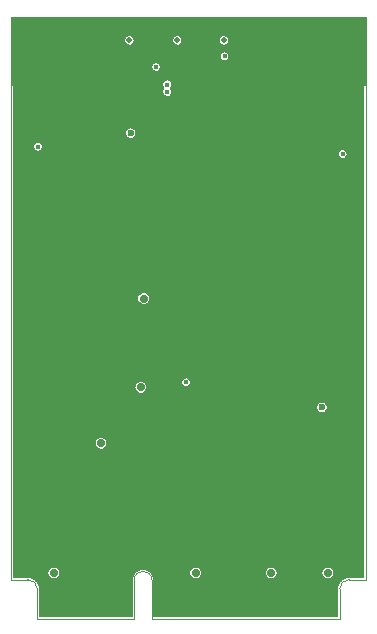
<source format=gbr>
G04 #@! TF.GenerationSoftware,KiCad,Pcbnew,5.1.5+dfsg1-2build2*
G04 #@! TF.CreationDate,2021-01-22T23:18:45+11:00*
G04 #@! TF.ProjectId,mPCIe-LEA-4L,6d504349-652d-44c4-9541-2d344c2e6b69,1*
G04 #@! TF.SameCoordinates,Original*
G04 #@! TF.FileFunction,Copper,L2,Inr*
G04 #@! TF.FilePolarity,Positive*
%FSLAX46Y46*%
G04 Gerber Fmt 4.6, Leading zero omitted, Abs format (unit mm)*
G04 Created by KiCad (PCBNEW 5.1.5+dfsg1-2build2) date 2021-01-22 23:18:45*
%MOMM*%
%LPD*%
G04 APERTURE LIST*
G04 #@! TA.AperFunction,EtchedComponent*
%ADD10C,0.050000*%
G04 #@! TD*
G04 #@! TA.AperFunction,ViaPad*
%ADD11C,0.350000*%
G04 #@! TD*
G04 #@! TA.AperFunction,ViaPad*
%ADD12C,0.600000*%
G04 #@! TD*
G04 #@! TA.AperFunction,ViaPad*
%ADD13C,0.800000*%
G04 #@! TD*
G04 #@! TA.AperFunction,ViaPad*
%ADD14C,0.700000*%
G04 #@! TD*
G04 #@! TA.AperFunction,ViaPad*
%ADD15C,0.500000*%
G04 #@! TD*
G04 #@! TA.AperFunction,ViaPad*
%ADD16C,0.450000*%
G04 #@! TD*
G04 #@! TA.AperFunction,Conductor*
%ADD17C,0.127000*%
G04 #@! TD*
G04 APERTURE END LIST*
D10*
G04 #@! TO.C,PC1*
X136900000Y-125000000D02*
X136900000Y-121750000D01*
X127200000Y-125000000D02*
X127200000Y-122500000D01*
X125000000Y-121700000D02*
X126400000Y-121700000D01*
X152800000Y-125000000D02*
X152800000Y-122500000D01*
X153600000Y-121700000D02*
X155000000Y-121700000D01*
X135400000Y-125000000D02*
X127200000Y-125000000D01*
X125000000Y-74050000D02*
X155000000Y-74050000D01*
X155000000Y-121700000D02*
X155000000Y-74050000D01*
X125000000Y-121700000D02*
X125000000Y-74050000D01*
X136900000Y-125000000D02*
X152800000Y-125000000D01*
X135400000Y-125000000D02*
X135400000Y-121750000D01*
X153600000Y-121700000D02*
G75*
G03X152800000Y-122500000I0J-800000D01*
G01*
X126400000Y-121700000D02*
G75*
G02X127200000Y-122500000I0J-800000D01*
G01*
X135400000Y-121750000D02*
G75*
G02X136900000Y-121750000I750000J0D01*
G01*
G04 #@! TD*
G04 #@! TA.AperFunction,ViaPad*
D11*
G04 #@! TO.N,GND*
G04 #@! TO.C,PC1*
G36*
X155004877Y-74025480D02*
G01*
X155009567Y-74026903D01*
X155013889Y-74029213D01*
X155017678Y-74032322D01*
X155020787Y-74036111D01*
X155023097Y-74040433D01*
X155024520Y-74045123D01*
X155025000Y-74050000D01*
X155025000Y-79850000D01*
X155024520Y-79854877D01*
X155023097Y-79859567D01*
X155020787Y-79863889D01*
X155017678Y-79867678D01*
X155013889Y-79870787D01*
X155009567Y-79873097D01*
X155004877Y-79874520D01*
X155000000Y-79875000D01*
X149200000Y-79875000D01*
X149195123Y-79874520D01*
X149190433Y-79873097D01*
X149186111Y-79870787D01*
X149182322Y-79867678D01*
X149179213Y-79863889D01*
X149176903Y-79859567D01*
X149175480Y-79854877D01*
X149175000Y-79850000D01*
X149175000Y-74050000D01*
X149175480Y-74045123D01*
X149176903Y-74040433D01*
X149179213Y-74036111D01*
X149182322Y-74032322D01*
X149186111Y-74029213D01*
X149190433Y-74026903D01*
X149195123Y-74025480D01*
X149200000Y-74025000D01*
X155000000Y-74025000D01*
X155004877Y-74025480D01*
G37*
G04 #@! TD.AperFunction*
G04 #@! TA.AperFunction,ViaPad*
G36*
X130804877Y-74025480D02*
G01*
X130809567Y-74026903D01*
X130813889Y-74029213D01*
X130817678Y-74032322D01*
X130820787Y-74036111D01*
X130823097Y-74040433D01*
X130824520Y-74045123D01*
X130825000Y-74050000D01*
X130825000Y-79850000D01*
X130824520Y-79854877D01*
X130823097Y-79859567D01*
X130820787Y-79863889D01*
X130817678Y-79867678D01*
X130813889Y-79870787D01*
X130809567Y-79873097D01*
X130804877Y-79874520D01*
X130800000Y-79875000D01*
X125000000Y-79875000D01*
X124995123Y-79874520D01*
X124990433Y-79873097D01*
X124986111Y-79870787D01*
X124982322Y-79867678D01*
X124979213Y-79863889D01*
X124976903Y-79859567D01*
X124975480Y-79854877D01*
X124975000Y-79850000D01*
X124975000Y-74050000D01*
X124975480Y-74045123D01*
X124976903Y-74040433D01*
X124979213Y-74036111D01*
X124982322Y-74032322D01*
X124986111Y-74029213D01*
X124990433Y-74026903D01*
X124995123Y-74025480D01*
X125000000Y-74025000D01*
X130800000Y-74025000D01*
X130804877Y-74025480D01*
G37*
G04 #@! TD.AperFunction*
G04 #@! TD*
D12*
G04 #@! TO.N,GND*
X131300000Y-103950000D03*
X145500000Y-80200000D03*
D13*
X132200000Y-96650000D03*
X128600000Y-96650000D03*
X135800000Y-84650000D03*
D12*
X145500000Y-79350000D03*
X147700000Y-79350000D03*
D13*
X132190000Y-84650000D03*
X135800000Y-96650000D03*
X135800000Y-92650000D03*
X135800000Y-88650000D03*
X128600000Y-84650000D03*
X132200000Y-92650000D03*
X132200000Y-88650000D03*
D12*
X147700000Y-80200000D03*
D13*
X128600000Y-88650000D03*
X128600000Y-92650000D03*
X150200000Y-88650000D03*
X143000000Y-88650000D03*
X126000000Y-118900000D03*
X146600000Y-88650000D03*
X146600000Y-96650000D03*
X139400000Y-96650000D03*
X150200000Y-92650000D03*
X150200000Y-96650000D03*
X146600000Y-92650000D03*
X143000000Y-92650000D03*
X146610000Y-84650000D03*
X154000000Y-118900000D03*
X143000000Y-84650000D03*
X150200000Y-84650000D03*
D12*
X147900000Y-78550000D03*
X145300000Y-78550000D03*
X147700000Y-81000000D03*
X145500000Y-81000000D03*
D13*
X143000000Y-96650000D03*
X139450000Y-88650000D03*
X139450000Y-92650000D03*
X139450000Y-84650000D03*
X154000000Y-81000000D03*
X126000000Y-81000000D03*
D14*
X137525000Y-105425000D03*
D12*
X142175000Y-101250000D03*
X140150000Y-101250000D03*
D14*
G04 #@! TO.N,+3.3V*
X147000000Y-121150000D03*
D12*
X151300000Y-107125000D03*
D14*
X140600000Y-121150000D03*
X128600000Y-121150000D03*
X151800000Y-121150000D03*
D15*
X135000000Y-76050000D03*
X139050000Y-76050000D03*
X143000000Y-76050000D03*
D14*
X132600000Y-110150000D03*
D12*
X135100000Y-83900000D03*
D14*
X136200000Y-97900000D03*
X135950000Y-105425000D03*
D16*
G04 #@! TO.N,/~LED_WLAN*
X153050000Y-85675000D03*
X143050000Y-77400000D03*
G04 #@! TO.N,/~LED_WWAN*
X127250000Y-85050000D03*
X137250000Y-78300000D03*
G04 #@! TO.N,/USB_D+*
X138200000Y-79798000D03*
G04 #@! TO.N,/USB_D-*
X138200000Y-80402000D03*
G04 #@! TO.N,/~RESET*
X139800000Y-105000000D03*
G04 #@! TD*
D17*
G04 #@! TO.N,GND*
G36*
X154784500Y-121484500D02*
G01*
X153589421Y-121484500D01*
X153579870Y-121485441D01*
X153574882Y-121485406D01*
X153571888Y-121485700D01*
X153416611Y-121502021D01*
X153397476Y-121505949D01*
X153378294Y-121509608D01*
X153375413Y-121510477D01*
X153226264Y-121556646D01*
X153208249Y-121564219D01*
X153190147Y-121571532D01*
X153187495Y-121572942D01*
X153187491Y-121572944D01*
X153187490Y-121572945D01*
X153050148Y-121647206D01*
X153033930Y-121658145D01*
X153017613Y-121668823D01*
X153015281Y-121670724D01*
X152894978Y-121770247D01*
X152881205Y-121784116D01*
X152867260Y-121797773D01*
X152865342Y-121800091D01*
X152766662Y-121921085D01*
X152755847Y-121937363D01*
X152744819Y-121953469D01*
X152743392Y-121956108D01*
X152743387Y-121956116D01*
X152743384Y-121956124D01*
X152670088Y-122093973D01*
X152662649Y-122112021D01*
X152654950Y-122129983D01*
X152654064Y-122132848D01*
X152654060Y-122132858D01*
X152654058Y-122132868D01*
X152608934Y-122282327D01*
X152605145Y-122301461D01*
X152601079Y-122320591D01*
X152600766Y-122323575D01*
X152600764Y-122323585D01*
X152600764Y-122323594D01*
X152585529Y-122478971D01*
X152585529Y-122478984D01*
X152584501Y-122489421D01*
X152584500Y-124784500D01*
X137115500Y-124784500D01*
X137115500Y-121739421D01*
X137115427Y-121738675D01*
X137115422Y-121738026D01*
X137114476Y-121729022D01*
X137114399Y-121728243D01*
X137114399Y-121718499D01*
X137114084Y-121715507D01*
X137097768Y-121570045D01*
X137093713Y-121550965D01*
X137089914Y-121531780D01*
X137089024Y-121528906D01*
X137044765Y-121389383D01*
X137037059Y-121371404D01*
X137029627Y-121353373D01*
X137028196Y-121350726D01*
X136957679Y-121222456D01*
X136946640Y-121206334D01*
X136935837Y-121190074D01*
X136933919Y-121187756D01*
X136933917Y-121187753D01*
X136933914Y-121187750D01*
X136857570Y-121096765D01*
X140059500Y-121096765D01*
X140059500Y-121203235D01*
X140080271Y-121307658D01*
X140121015Y-121406023D01*
X140180166Y-121494549D01*
X140255451Y-121569834D01*
X140343977Y-121628985D01*
X140442342Y-121669729D01*
X140546765Y-121690500D01*
X140653235Y-121690500D01*
X140757658Y-121669729D01*
X140856023Y-121628985D01*
X140944549Y-121569834D01*
X141019834Y-121494549D01*
X141078985Y-121406023D01*
X141119729Y-121307658D01*
X141140500Y-121203235D01*
X141140500Y-121096765D01*
X146459500Y-121096765D01*
X146459500Y-121203235D01*
X146480271Y-121307658D01*
X146521015Y-121406023D01*
X146580166Y-121494549D01*
X146655451Y-121569834D01*
X146743977Y-121628985D01*
X146842342Y-121669729D01*
X146946765Y-121690500D01*
X147053235Y-121690500D01*
X147157658Y-121669729D01*
X147256023Y-121628985D01*
X147344549Y-121569834D01*
X147419834Y-121494549D01*
X147478985Y-121406023D01*
X147519729Y-121307658D01*
X147540500Y-121203235D01*
X147540500Y-121096765D01*
X151259500Y-121096765D01*
X151259500Y-121203235D01*
X151280271Y-121307658D01*
X151321015Y-121406023D01*
X151380166Y-121494549D01*
X151455451Y-121569834D01*
X151543977Y-121628985D01*
X151642342Y-121669729D01*
X151746765Y-121690500D01*
X151853235Y-121690500D01*
X151957658Y-121669729D01*
X152056023Y-121628985D01*
X152144549Y-121569834D01*
X152219834Y-121494549D01*
X152278985Y-121406023D01*
X152319729Y-121307658D01*
X152340500Y-121203235D01*
X152340500Y-121096765D01*
X152319729Y-120992342D01*
X152278985Y-120893977D01*
X152219834Y-120805451D01*
X152144549Y-120730166D01*
X152056023Y-120671015D01*
X151957658Y-120630271D01*
X151853235Y-120609500D01*
X151746765Y-120609500D01*
X151642342Y-120630271D01*
X151543977Y-120671015D01*
X151455451Y-120730166D01*
X151380166Y-120805451D01*
X151321015Y-120893977D01*
X151280271Y-120992342D01*
X151259500Y-121096765D01*
X147540500Y-121096765D01*
X147519729Y-120992342D01*
X147478985Y-120893977D01*
X147419834Y-120805451D01*
X147344549Y-120730166D01*
X147256023Y-120671015D01*
X147157658Y-120630271D01*
X147053235Y-120609500D01*
X146946765Y-120609500D01*
X146842342Y-120630271D01*
X146743977Y-120671015D01*
X146655451Y-120730166D01*
X146580166Y-120805451D01*
X146521015Y-120893977D01*
X146480271Y-120992342D01*
X146459500Y-121096765D01*
X141140500Y-121096765D01*
X141119729Y-120992342D01*
X141078985Y-120893977D01*
X141019834Y-120805451D01*
X140944549Y-120730166D01*
X140856023Y-120671015D01*
X140757658Y-120630271D01*
X140653235Y-120609500D01*
X140546765Y-120609500D01*
X140442342Y-120630271D01*
X140343977Y-120671015D01*
X140255451Y-120730166D01*
X140180166Y-120805451D01*
X140121015Y-120893977D01*
X140080271Y-120992342D01*
X140059500Y-121096765D01*
X136857570Y-121096765D01*
X136839831Y-121075625D01*
X136825866Y-121061949D01*
X136812112Y-121048099D01*
X136809786Y-121046202D01*
X136809782Y-121046198D01*
X136809778Y-121046195D01*
X136695704Y-120954479D01*
X136679371Y-120943791D01*
X136663170Y-120932863D01*
X136660513Y-120931450D01*
X136530796Y-120863635D01*
X136512683Y-120856317D01*
X136494679Y-120848749D01*
X136491803Y-120847881D01*
X136491797Y-120847879D01*
X136351380Y-120806553D01*
X136332197Y-120802894D01*
X136313063Y-120798966D01*
X136310068Y-120798672D01*
X136164296Y-120785405D01*
X136144764Y-120785541D01*
X136125232Y-120785405D01*
X136122248Y-120785698D01*
X136122239Y-120785698D01*
X136122231Y-120785700D01*
X135976665Y-120801000D01*
X135957530Y-120804928D01*
X135938348Y-120808587D01*
X135935467Y-120809456D01*
X135795638Y-120852740D01*
X135777625Y-120860312D01*
X135759523Y-120867626D01*
X135756866Y-120869039D01*
X135628108Y-120938658D01*
X135611926Y-120949573D01*
X135595572Y-120960274D01*
X135593246Y-120962172D01*
X135593240Y-120962176D01*
X135593235Y-120962181D01*
X135480457Y-121055478D01*
X135466687Y-121069344D01*
X135452739Y-121083003D01*
X135450821Y-121085322D01*
X135358309Y-121198754D01*
X135347508Y-121215011D01*
X135336465Y-121231137D01*
X135335034Y-121233784D01*
X135266315Y-121363025D01*
X135258871Y-121381085D01*
X135251177Y-121399037D01*
X135250288Y-121401908D01*
X135250288Y-121401910D01*
X135250287Y-121401912D01*
X135207981Y-121542039D01*
X135204190Y-121561187D01*
X135200127Y-121580301D01*
X135199814Y-121583288D01*
X135199812Y-121583296D01*
X135199812Y-121583304D01*
X135185529Y-121728970D01*
X135185529Y-121728984D01*
X135184501Y-121739421D01*
X135184500Y-124784500D01*
X127415500Y-124784500D01*
X127415500Y-122489421D01*
X127414559Y-122479870D01*
X127414594Y-122474882D01*
X127414300Y-122471888D01*
X127397979Y-122316611D01*
X127394051Y-122297476D01*
X127390392Y-122278294D01*
X127389523Y-122275413D01*
X127343354Y-122126264D01*
X127335781Y-122108249D01*
X127328468Y-122090147D01*
X127327055Y-122087490D01*
X127252794Y-121950148D01*
X127241855Y-121933930D01*
X127231177Y-121917613D01*
X127229276Y-121915281D01*
X127129753Y-121794978D01*
X127115884Y-121781205D01*
X127102227Y-121767260D01*
X127099909Y-121765342D01*
X126978915Y-121666662D01*
X126962637Y-121655847D01*
X126946531Y-121644819D01*
X126943892Y-121643392D01*
X126943884Y-121643387D01*
X126943876Y-121643384D01*
X126806027Y-121570088D01*
X126787979Y-121562649D01*
X126770017Y-121554950D01*
X126767152Y-121554064D01*
X126767142Y-121554060D01*
X126767132Y-121554058D01*
X126617673Y-121508934D01*
X126598539Y-121505145D01*
X126579409Y-121501079D01*
X126576425Y-121500766D01*
X126576415Y-121500764D01*
X126576406Y-121500764D01*
X126421029Y-121485529D01*
X126421026Y-121485529D01*
X126410579Y-121484500D01*
X125215500Y-121484500D01*
X125215500Y-121096765D01*
X128059500Y-121096765D01*
X128059500Y-121203235D01*
X128080271Y-121307658D01*
X128121015Y-121406023D01*
X128180166Y-121494549D01*
X128255451Y-121569834D01*
X128343977Y-121628985D01*
X128442342Y-121669729D01*
X128546765Y-121690500D01*
X128653235Y-121690500D01*
X128757658Y-121669729D01*
X128856023Y-121628985D01*
X128944549Y-121569834D01*
X129019834Y-121494549D01*
X129078985Y-121406023D01*
X129119729Y-121307658D01*
X129140500Y-121203235D01*
X129140500Y-121096765D01*
X129119729Y-120992342D01*
X129078985Y-120893977D01*
X129019834Y-120805451D01*
X128944549Y-120730166D01*
X128856023Y-120671015D01*
X128757658Y-120630271D01*
X128653235Y-120609500D01*
X128546765Y-120609500D01*
X128442342Y-120630271D01*
X128343977Y-120671015D01*
X128255451Y-120730166D01*
X128180166Y-120805451D01*
X128121015Y-120893977D01*
X128080271Y-120992342D01*
X128059500Y-121096765D01*
X125215500Y-121096765D01*
X125215500Y-110096765D01*
X132059500Y-110096765D01*
X132059500Y-110203235D01*
X132080271Y-110307658D01*
X132121015Y-110406023D01*
X132180166Y-110494549D01*
X132255451Y-110569834D01*
X132343977Y-110628985D01*
X132442342Y-110669729D01*
X132546765Y-110690500D01*
X132653235Y-110690500D01*
X132757658Y-110669729D01*
X132856023Y-110628985D01*
X132944549Y-110569834D01*
X133019834Y-110494549D01*
X133078985Y-110406023D01*
X133119729Y-110307658D01*
X133140500Y-110203235D01*
X133140500Y-110096765D01*
X133119729Y-109992342D01*
X133078985Y-109893977D01*
X133019834Y-109805451D01*
X132944549Y-109730166D01*
X132856023Y-109671015D01*
X132757658Y-109630271D01*
X132653235Y-109609500D01*
X132546765Y-109609500D01*
X132442342Y-109630271D01*
X132343977Y-109671015D01*
X132255451Y-109730166D01*
X132180166Y-109805451D01*
X132121015Y-109893977D01*
X132080271Y-109992342D01*
X132059500Y-110096765D01*
X125215500Y-110096765D01*
X125215500Y-107076690D01*
X150809500Y-107076690D01*
X150809500Y-107173310D01*
X150828350Y-107268073D01*
X150865325Y-107357339D01*
X150919004Y-107437675D01*
X150987325Y-107505996D01*
X151067661Y-107559675D01*
X151156927Y-107596650D01*
X151251690Y-107615500D01*
X151348310Y-107615500D01*
X151443073Y-107596650D01*
X151532339Y-107559675D01*
X151612675Y-107505996D01*
X151680996Y-107437675D01*
X151734675Y-107357339D01*
X151771650Y-107268073D01*
X151790500Y-107173310D01*
X151790500Y-107076690D01*
X151771650Y-106981927D01*
X151734675Y-106892661D01*
X151680996Y-106812325D01*
X151612675Y-106744004D01*
X151532339Y-106690325D01*
X151443073Y-106653350D01*
X151348310Y-106634500D01*
X151251690Y-106634500D01*
X151156927Y-106653350D01*
X151067661Y-106690325D01*
X150987325Y-106744004D01*
X150919004Y-106812325D01*
X150865325Y-106892661D01*
X150828350Y-106981927D01*
X150809500Y-107076690D01*
X125215500Y-107076690D01*
X125215500Y-105371765D01*
X135409500Y-105371765D01*
X135409500Y-105478235D01*
X135430271Y-105582658D01*
X135471015Y-105681023D01*
X135530166Y-105769549D01*
X135605451Y-105844834D01*
X135693977Y-105903985D01*
X135792342Y-105944729D01*
X135896765Y-105965500D01*
X136003235Y-105965500D01*
X136107658Y-105944729D01*
X136206023Y-105903985D01*
X136294549Y-105844834D01*
X136369834Y-105769549D01*
X136428985Y-105681023D01*
X136469729Y-105582658D01*
X136490500Y-105478235D01*
X136490500Y-105371765D01*
X136469729Y-105267342D01*
X136428985Y-105168977D01*
X136369834Y-105080451D01*
X136294549Y-105005166D01*
X136225572Y-104959077D01*
X139384500Y-104959077D01*
X139384500Y-105040923D01*
X139400468Y-105121197D01*
X139431789Y-105196813D01*
X139477260Y-105264866D01*
X139535134Y-105322740D01*
X139603187Y-105368211D01*
X139678803Y-105399532D01*
X139759077Y-105415500D01*
X139840923Y-105415500D01*
X139921197Y-105399532D01*
X139996813Y-105368211D01*
X140064866Y-105322740D01*
X140122740Y-105264866D01*
X140168211Y-105196813D01*
X140199532Y-105121197D01*
X140215500Y-105040923D01*
X140215500Y-104959077D01*
X140199532Y-104878803D01*
X140168211Y-104803187D01*
X140122740Y-104735134D01*
X140064866Y-104677260D01*
X139996813Y-104631789D01*
X139921197Y-104600468D01*
X139840923Y-104584500D01*
X139759077Y-104584500D01*
X139678803Y-104600468D01*
X139603187Y-104631789D01*
X139535134Y-104677260D01*
X139477260Y-104735134D01*
X139431789Y-104803187D01*
X139400468Y-104878803D01*
X139384500Y-104959077D01*
X136225572Y-104959077D01*
X136206023Y-104946015D01*
X136107658Y-104905271D01*
X136003235Y-104884500D01*
X135896765Y-104884500D01*
X135792342Y-104905271D01*
X135693977Y-104946015D01*
X135605451Y-105005166D01*
X135530166Y-105080451D01*
X135471015Y-105168977D01*
X135430271Y-105267342D01*
X135409500Y-105371765D01*
X125215500Y-105371765D01*
X125215500Y-97846765D01*
X135659500Y-97846765D01*
X135659500Y-97953235D01*
X135680271Y-98057658D01*
X135721015Y-98156023D01*
X135780166Y-98244549D01*
X135855451Y-98319834D01*
X135943977Y-98378985D01*
X136042342Y-98419729D01*
X136146765Y-98440500D01*
X136253235Y-98440500D01*
X136357658Y-98419729D01*
X136456023Y-98378985D01*
X136544549Y-98319834D01*
X136619834Y-98244549D01*
X136678985Y-98156023D01*
X136719729Y-98057658D01*
X136740500Y-97953235D01*
X136740500Y-97846765D01*
X136719729Y-97742342D01*
X136678985Y-97643977D01*
X136619834Y-97555451D01*
X136544549Y-97480166D01*
X136456023Y-97421015D01*
X136357658Y-97380271D01*
X136253235Y-97359500D01*
X136146765Y-97359500D01*
X136042342Y-97380271D01*
X135943977Y-97421015D01*
X135855451Y-97480166D01*
X135780166Y-97555451D01*
X135721015Y-97643977D01*
X135680271Y-97742342D01*
X135659500Y-97846765D01*
X125215500Y-97846765D01*
X125215500Y-85634077D01*
X152634500Y-85634077D01*
X152634500Y-85715923D01*
X152650468Y-85796197D01*
X152681789Y-85871813D01*
X152727260Y-85939866D01*
X152785134Y-85997740D01*
X152853187Y-86043211D01*
X152928803Y-86074532D01*
X153009077Y-86090500D01*
X153090923Y-86090500D01*
X153171197Y-86074532D01*
X153246813Y-86043211D01*
X153314866Y-85997740D01*
X153372740Y-85939866D01*
X153418211Y-85871813D01*
X153449532Y-85796197D01*
X153465500Y-85715923D01*
X153465500Y-85634077D01*
X153449532Y-85553803D01*
X153418211Y-85478187D01*
X153372740Y-85410134D01*
X153314866Y-85352260D01*
X153246813Y-85306789D01*
X153171197Y-85275468D01*
X153090923Y-85259500D01*
X153009077Y-85259500D01*
X152928803Y-85275468D01*
X152853187Y-85306789D01*
X152785134Y-85352260D01*
X152727260Y-85410134D01*
X152681789Y-85478187D01*
X152650468Y-85553803D01*
X152634500Y-85634077D01*
X125215500Y-85634077D01*
X125215500Y-85009077D01*
X126834500Y-85009077D01*
X126834500Y-85090923D01*
X126850468Y-85171197D01*
X126881789Y-85246813D01*
X126927260Y-85314866D01*
X126985134Y-85372740D01*
X127053187Y-85418211D01*
X127128803Y-85449532D01*
X127209077Y-85465500D01*
X127290923Y-85465500D01*
X127371197Y-85449532D01*
X127446813Y-85418211D01*
X127514866Y-85372740D01*
X127572740Y-85314866D01*
X127618211Y-85246813D01*
X127649532Y-85171197D01*
X127665500Y-85090923D01*
X127665500Y-85009077D01*
X127649532Y-84928803D01*
X127618211Y-84853187D01*
X127572740Y-84785134D01*
X127514866Y-84727260D01*
X127446813Y-84681789D01*
X127371197Y-84650468D01*
X127290923Y-84634500D01*
X127209077Y-84634500D01*
X127128803Y-84650468D01*
X127053187Y-84681789D01*
X126985134Y-84727260D01*
X126927260Y-84785134D01*
X126881789Y-84853187D01*
X126850468Y-84928803D01*
X126834500Y-85009077D01*
X125215500Y-85009077D01*
X125215500Y-83851690D01*
X134609500Y-83851690D01*
X134609500Y-83948310D01*
X134628350Y-84043073D01*
X134665325Y-84132339D01*
X134719004Y-84212675D01*
X134787325Y-84280996D01*
X134867661Y-84334675D01*
X134956927Y-84371650D01*
X135051690Y-84390500D01*
X135148310Y-84390500D01*
X135243073Y-84371650D01*
X135332339Y-84334675D01*
X135412675Y-84280996D01*
X135480996Y-84212675D01*
X135534675Y-84132339D01*
X135571650Y-84043073D01*
X135590500Y-83948310D01*
X135590500Y-83851690D01*
X135571650Y-83756927D01*
X135534675Y-83667661D01*
X135480996Y-83587325D01*
X135412675Y-83519004D01*
X135332339Y-83465325D01*
X135243073Y-83428350D01*
X135148310Y-83409500D01*
X135051690Y-83409500D01*
X134956927Y-83428350D01*
X134867661Y-83465325D01*
X134787325Y-83519004D01*
X134719004Y-83587325D01*
X134665325Y-83667661D01*
X134628350Y-83756927D01*
X134609500Y-83851690D01*
X125215500Y-83851690D01*
X125215500Y-79754418D01*
X137757500Y-79754418D01*
X137757500Y-79841582D01*
X137774505Y-79927072D01*
X137807862Y-80007602D01*
X137856288Y-80080077D01*
X137876211Y-80100000D01*
X137856288Y-80119923D01*
X137807862Y-80192398D01*
X137774505Y-80272928D01*
X137757500Y-80358418D01*
X137757500Y-80445582D01*
X137774505Y-80531072D01*
X137807862Y-80611602D01*
X137856288Y-80684077D01*
X137917923Y-80745712D01*
X137990398Y-80794138D01*
X138070928Y-80827495D01*
X138156418Y-80844500D01*
X138243582Y-80844500D01*
X138329072Y-80827495D01*
X138409602Y-80794138D01*
X138482077Y-80745712D01*
X138543712Y-80684077D01*
X138592138Y-80611602D01*
X138625495Y-80531072D01*
X138642500Y-80445582D01*
X138642500Y-80358418D01*
X138625495Y-80272928D01*
X138592138Y-80192398D01*
X138543712Y-80119923D01*
X138523789Y-80100000D01*
X138543712Y-80080077D01*
X138592138Y-80007602D01*
X138625495Y-79927072D01*
X138642500Y-79841582D01*
X138642500Y-79754418D01*
X138625495Y-79668928D01*
X138592138Y-79588398D01*
X138543712Y-79515923D01*
X138482077Y-79454288D01*
X138409602Y-79405862D01*
X138329072Y-79372505D01*
X138243582Y-79355500D01*
X138156418Y-79355500D01*
X138070928Y-79372505D01*
X137990398Y-79405862D01*
X137917923Y-79454288D01*
X137856288Y-79515923D01*
X137807862Y-79588398D01*
X137774505Y-79668928D01*
X137757500Y-79754418D01*
X125215500Y-79754418D01*
X125215500Y-78259077D01*
X136834500Y-78259077D01*
X136834500Y-78340923D01*
X136850468Y-78421197D01*
X136881789Y-78496813D01*
X136927260Y-78564866D01*
X136985134Y-78622740D01*
X137053187Y-78668211D01*
X137128803Y-78699532D01*
X137209077Y-78715500D01*
X137290923Y-78715500D01*
X137371197Y-78699532D01*
X137446813Y-78668211D01*
X137514866Y-78622740D01*
X137572740Y-78564866D01*
X137618211Y-78496813D01*
X137649532Y-78421197D01*
X137665500Y-78340923D01*
X137665500Y-78259077D01*
X137649532Y-78178803D01*
X137618211Y-78103187D01*
X137572740Y-78035134D01*
X137514866Y-77977260D01*
X137446813Y-77931789D01*
X137371197Y-77900468D01*
X137290923Y-77884500D01*
X137209077Y-77884500D01*
X137128803Y-77900468D01*
X137053187Y-77931789D01*
X136985134Y-77977260D01*
X136927260Y-78035134D01*
X136881789Y-78103187D01*
X136850468Y-78178803D01*
X136834500Y-78259077D01*
X125215500Y-78259077D01*
X125215500Y-77359077D01*
X142634500Y-77359077D01*
X142634500Y-77440923D01*
X142650468Y-77521197D01*
X142681789Y-77596813D01*
X142727260Y-77664866D01*
X142785134Y-77722740D01*
X142853187Y-77768211D01*
X142928803Y-77799532D01*
X143009077Y-77815500D01*
X143090923Y-77815500D01*
X143171197Y-77799532D01*
X143246813Y-77768211D01*
X143314866Y-77722740D01*
X143372740Y-77664866D01*
X143418211Y-77596813D01*
X143449532Y-77521197D01*
X143465500Y-77440923D01*
X143465500Y-77359077D01*
X143449532Y-77278803D01*
X143418211Y-77203187D01*
X143372740Y-77135134D01*
X143314866Y-77077260D01*
X143246813Y-77031789D01*
X143171197Y-77000468D01*
X143090923Y-76984500D01*
X143009077Y-76984500D01*
X142928803Y-77000468D01*
X142853187Y-77031789D01*
X142785134Y-77077260D01*
X142727260Y-77135134D01*
X142681789Y-77203187D01*
X142650468Y-77278803D01*
X142634500Y-77359077D01*
X125215500Y-77359077D01*
X125215500Y-76006615D01*
X134559500Y-76006615D01*
X134559500Y-76093385D01*
X134576429Y-76178489D01*
X134609634Y-76258655D01*
X134657842Y-76330802D01*
X134719198Y-76392158D01*
X134791345Y-76440366D01*
X134871511Y-76473571D01*
X134956615Y-76490500D01*
X135043385Y-76490500D01*
X135128489Y-76473571D01*
X135208655Y-76440366D01*
X135280802Y-76392158D01*
X135342158Y-76330802D01*
X135390366Y-76258655D01*
X135423571Y-76178489D01*
X135440500Y-76093385D01*
X135440500Y-76006615D01*
X138609500Y-76006615D01*
X138609500Y-76093385D01*
X138626429Y-76178489D01*
X138659634Y-76258655D01*
X138707842Y-76330802D01*
X138769198Y-76392158D01*
X138841345Y-76440366D01*
X138921511Y-76473571D01*
X139006615Y-76490500D01*
X139093385Y-76490500D01*
X139178489Y-76473571D01*
X139258655Y-76440366D01*
X139330802Y-76392158D01*
X139392158Y-76330802D01*
X139440366Y-76258655D01*
X139473571Y-76178489D01*
X139490500Y-76093385D01*
X139490500Y-76006615D01*
X142559500Y-76006615D01*
X142559500Y-76093385D01*
X142576429Y-76178489D01*
X142609634Y-76258655D01*
X142657842Y-76330802D01*
X142719198Y-76392158D01*
X142791345Y-76440366D01*
X142871511Y-76473571D01*
X142956615Y-76490500D01*
X143043385Y-76490500D01*
X143128489Y-76473571D01*
X143208655Y-76440366D01*
X143280802Y-76392158D01*
X143342158Y-76330802D01*
X143390366Y-76258655D01*
X143423571Y-76178489D01*
X143440500Y-76093385D01*
X143440500Y-76006615D01*
X143423571Y-75921511D01*
X143390366Y-75841345D01*
X143342158Y-75769198D01*
X143280802Y-75707842D01*
X143208655Y-75659634D01*
X143128489Y-75626429D01*
X143043385Y-75609500D01*
X142956615Y-75609500D01*
X142871511Y-75626429D01*
X142791345Y-75659634D01*
X142719198Y-75707842D01*
X142657842Y-75769198D01*
X142609634Y-75841345D01*
X142576429Y-75921511D01*
X142559500Y-76006615D01*
X139490500Y-76006615D01*
X139473571Y-75921511D01*
X139440366Y-75841345D01*
X139392158Y-75769198D01*
X139330802Y-75707842D01*
X139258655Y-75659634D01*
X139178489Y-75626429D01*
X139093385Y-75609500D01*
X139006615Y-75609500D01*
X138921511Y-75626429D01*
X138841345Y-75659634D01*
X138769198Y-75707842D01*
X138707842Y-75769198D01*
X138659634Y-75841345D01*
X138626429Y-75921511D01*
X138609500Y-76006615D01*
X135440500Y-76006615D01*
X135423571Y-75921511D01*
X135390366Y-75841345D01*
X135342158Y-75769198D01*
X135280802Y-75707842D01*
X135208655Y-75659634D01*
X135128489Y-75626429D01*
X135043385Y-75609500D01*
X134956615Y-75609500D01*
X134871511Y-75626429D01*
X134791345Y-75659634D01*
X134719198Y-75707842D01*
X134657842Y-75769198D01*
X134609634Y-75841345D01*
X134576429Y-75921511D01*
X134559500Y-76006615D01*
X125215500Y-76006615D01*
X125215500Y-74265500D01*
X154784501Y-74265500D01*
X154784500Y-121484500D01*
G37*
X154784500Y-121484500D02*
X153589421Y-121484500D01*
X153579870Y-121485441D01*
X153574882Y-121485406D01*
X153571888Y-121485700D01*
X153416611Y-121502021D01*
X153397476Y-121505949D01*
X153378294Y-121509608D01*
X153375413Y-121510477D01*
X153226264Y-121556646D01*
X153208249Y-121564219D01*
X153190147Y-121571532D01*
X153187495Y-121572942D01*
X153187491Y-121572944D01*
X153187490Y-121572945D01*
X153050148Y-121647206D01*
X153033930Y-121658145D01*
X153017613Y-121668823D01*
X153015281Y-121670724D01*
X152894978Y-121770247D01*
X152881205Y-121784116D01*
X152867260Y-121797773D01*
X152865342Y-121800091D01*
X152766662Y-121921085D01*
X152755847Y-121937363D01*
X152744819Y-121953469D01*
X152743392Y-121956108D01*
X152743387Y-121956116D01*
X152743384Y-121956124D01*
X152670088Y-122093973D01*
X152662649Y-122112021D01*
X152654950Y-122129983D01*
X152654064Y-122132848D01*
X152654060Y-122132858D01*
X152654058Y-122132868D01*
X152608934Y-122282327D01*
X152605145Y-122301461D01*
X152601079Y-122320591D01*
X152600766Y-122323575D01*
X152600764Y-122323585D01*
X152600764Y-122323594D01*
X152585529Y-122478971D01*
X152585529Y-122478984D01*
X152584501Y-122489421D01*
X152584500Y-124784500D01*
X137115500Y-124784500D01*
X137115500Y-121739421D01*
X137115427Y-121738675D01*
X137115422Y-121738026D01*
X137114476Y-121729022D01*
X137114399Y-121728243D01*
X137114399Y-121718499D01*
X137114084Y-121715507D01*
X137097768Y-121570045D01*
X137093713Y-121550965D01*
X137089914Y-121531780D01*
X137089024Y-121528906D01*
X137044765Y-121389383D01*
X137037059Y-121371404D01*
X137029627Y-121353373D01*
X137028196Y-121350726D01*
X136957679Y-121222456D01*
X136946640Y-121206334D01*
X136935837Y-121190074D01*
X136933919Y-121187756D01*
X136933917Y-121187753D01*
X136933914Y-121187750D01*
X136857570Y-121096765D01*
X140059500Y-121096765D01*
X140059500Y-121203235D01*
X140080271Y-121307658D01*
X140121015Y-121406023D01*
X140180166Y-121494549D01*
X140255451Y-121569834D01*
X140343977Y-121628985D01*
X140442342Y-121669729D01*
X140546765Y-121690500D01*
X140653235Y-121690500D01*
X140757658Y-121669729D01*
X140856023Y-121628985D01*
X140944549Y-121569834D01*
X141019834Y-121494549D01*
X141078985Y-121406023D01*
X141119729Y-121307658D01*
X141140500Y-121203235D01*
X141140500Y-121096765D01*
X146459500Y-121096765D01*
X146459500Y-121203235D01*
X146480271Y-121307658D01*
X146521015Y-121406023D01*
X146580166Y-121494549D01*
X146655451Y-121569834D01*
X146743977Y-121628985D01*
X146842342Y-121669729D01*
X146946765Y-121690500D01*
X147053235Y-121690500D01*
X147157658Y-121669729D01*
X147256023Y-121628985D01*
X147344549Y-121569834D01*
X147419834Y-121494549D01*
X147478985Y-121406023D01*
X147519729Y-121307658D01*
X147540500Y-121203235D01*
X147540500Y-121096765D01*
X151259500Y-121096765D01*
X151259500Y-121203235D01*
X151280271Y-121307658D01*
X151321015Y-121406023D01*
X151380166Y-121494549D01*
X151455451Y-121569834D01*
X151543977Y-121628985D01*
X151642342Y-121669729D01*
X151746765Y-121690500D01*
X151853235Y-121690500D01*
X151957658Y-121669729D01*
X152056023Y-121628985D01*
X152144549Y-121569834D01*
X152219834Y-121494549D01*
X152278985Y-121406023D01*
X152319729Y-121307658D01*
X152340500Y-121203235D01*
X152340500Y-121096765D01*
X152319729Y-120992342D01*
X152278985Y-120893977D01*
X152219834Y-120805451D01*
X152144549Y-120730166D01*
X152056023Y-120671015D01*
X151957658Y-120630271D01*
X151853235Y-120609500D01*
X151746765Y-120609500D01*
X151642342Y-120630271D01*
X151543977Y-120671015D01*
X151455451Y-120730166D01*
X151380166Y-120805451D01*
X151321015Y-120893977D01*
X151280271Y-120992342D01*
X151259500Y-121096765D01*
X147540500Y-121096765D01*
X147519729Y-120992342D01*
X147478985Y-120893977D01*
X147419834Y-120805451D01*
X147344549Y-120730166D01*
X147256023Y-120671015D01*
X147157658Y-120630271D01*
X147053235Y-120609500D01*
X146946765Y-120609500D01*
X146842342Y-120630271D01*
X146743977Y-120671015D01*
X146655451Y-120730166D01*
X146580166Y-120805451D01*
X146521015Y-120893977D01*
X146480271Y-120992342D01*
X146459500Y-121096765D01*
X141140500Y-121096765D01*
X141119729Y-120992342D01*
X141078985Y-120893977D01*
X141019834Y-120805451D01*
X140944549Y-120730166D01*
X140856023Y-120671015D01*
X140757658Y-120630271D01*
X140653235Y-120609500D01*
X140546765Y-120609500D01*
X140442342Y-120630271D01*
X140343977Y-120671015D01*
X140255451Y-120730166D01*
X140180166Y-120805451D01*
X140121015Y-120893977D01*
X140080271Y-120992342D01*
X140059500Y-121096765D01*
X136857570Y-121096765D01*
X136839831Y-121075625D01*
X136825866Y-121061949D01*
X136812112Y-121048099D01*
X136809786Y-121046202D01*
X136809782Y-121046198D01*
X136809778Y-121046195D01*
X136695704Y-120954479D01*
X136679371Y-120943791D01*
X136663170Y-120932863D01*
X136660513Y-120931450D01*
X136530796Y-120863635D01*
X136512683Y-120856317D01*
X136494679Y-120848749D01*
X136491803Y-120847881D01*
X136491797Y-120847879D01*
X136351380Y-120806553D01*
X136332197Y-120802894D01*
X136313063Y-120798966D01*
X136310068Y-120798672D01*
X136164296Y-120785405D01*
X136144764Y-120785541D01*
X136125232Y-120785405D01*
X136122248Y-120785698D01*
X136122239Y-120785698D01*
X136122231Y-120785700D01*
X135976665Y-120801000D01*
X135957530Y-120804928D01*
X135938348Y-120808587D01*
X135935467Y-120809456D01*
X135795638Y-120852740D01*
X135777625Y-120860312D01*
X135759523Y-120867626D01*
X135756866Y-120869039D01*
X135628108Y-120938658D01*
X135611926Y-120949573D01*
X135595572Y-120960274D01*
X135593246Y-120962172D01*
X135593240Y-120962176D01*
X135593235Y-120962181D01*
X135480457Y-121055478D01*
X135466687Y-121069344D01*
X135452739Y-121083003D01*
X135450821Y-121085322D01*
X135358309Y-121198754D01*
X135347508Y-121215011D01*
X135336465Y-121231137D01*
X135335034Y-121233784D01*
X135266315Y-121363025D01*
X135258871Y-121381085D01*
X135251177Y-121399037D01*
X135250288Y-121401908D01*
X135250288Y-121401910D01*
X135250287Y-121401912D01*
X135207981Y-121542039D01*
X135204190Y-121561187D01*
X135200127Y-121580301D01*
X135199814Y-121583288D01*
X135199812Y-121583296D01*
X135199812Y-121583304D01*
X135185529Y-121728970D01*
X135185529Y-121728984D01*
X135184501Y-121739421D01*
X135184500Y-124784500D01*
X127415500Y-124784500D01*
X127415500Y-122489421D01*
X127414559Y-122479870D01*
X127414594Y-122474882D01*
X127414300Y-122471888D01*
X127397979Y-122316611D01*
X127394051Y-122297476D01*
X127390392Y-122278294D01*
X127389523Y-122275413D01*
X127343354Y-122126264D01*
X127335781Y-122108249D01*
X127328468Y-122090147D01*
X127327055Y-122087490D01*
X127252794Y-121950148D01*
X127241855Y-121933930D01*
X127231177Y-121917613D01*
X127229276Y-121915281D01*
X127129753Y-121794978D01*
X127115884Y-121781205D01*
X127102227Y-121767260D01*
X127099909Y-121765342D01*
X126978915Y-121666662D01*
X126962637Y-121655847D01*
X126946531Y-121644819D01*
X126943892Y-121643392D01*
X126943884Y-121643387D01*
X126943876Y-121643384D01*
X126806027Y-121570088D01*
X126787979Y-121562649D01*
X126770017Y-121554950D01*
X126767152Y-121554064D01*
X126767142Y-121554060D01*
X126767132Y-121554058D01*
X126617673Y-121508934D01*
X126598539Y-121505145D01*
X126579409Y-121501079D01*
X126576425Y-121500766D01*
X126576415Y-121500764D01*
X126576406Y-121500764D01*
X126421029Y-121485529D01*
X126421026Y-121485529D01*
X126410579Y-121484500D01*
X125215500Y-121484500D01*
X125215500Y-121096765D01*
X128059500Y-121096765D01*
X128059500Y-121203235D01*
X128080271Y-121307658D01*
X128121015Y-121406023D01*
X128180166Y-121494549D01*
X128255451Y-121569834D01*
X128343977Y-121628985D01*
X128442342Y-121669729D01*
X128546765Y-121690500D01*
X128653235Y-121690500D01*
X128757658Y-121669729D01*
X128856023Y-121628985D01*
X128944549Y-121569834D01*
X129019834Y-121494549D01*
X129078985Y-121406023D01*
X129119729Y-121307658D01*
X129140500Y-121203235D01*
X129140500Y-121096765D01*
X129119729Y-120992342D01*
X129078985Y-120893977D01*
X129019834Y-120805451D01*
X128944549Y-120730166D01*
X128856023Y-120671015D01*
X128757658Y-120630271D01*
X128653235Y-120609500D01*
X128546765Y-120609500D01*
X128442342Y-120630271D01*
X128343977Y-120671015D01*
X128255451Y-120730166D01*
X128180166Y-120805451D01*
X128121015Y-120893977D01*
X128080271Y-120992342D01*
X128059500Y-121096765D01*
X125215500Y-121096765D01*
X125215500Y-110096765D01*
X132059500Y-110096765D01*
X132059500Y-110203235D01*
X132080271Y-110307658D01*
X132121015Y-110406023D01*
X132180166Y-110494549D01*
X132255451Y-110569834D01*
X132343977Y-110628985D01*
X132442342Y-110669729D01*
X132546765Y-110690500D01*
X132653235Y-110690500D01*
X132757658Y-110669729D01*
X132856023Y-110628985D01*
X132944549Y-110569834D01*
X133019834Y-110494549D01*
X133078985Y-110406023D01*
X133119729Y-110307658D01*
X133140500Y-110203235D01*
X133140500Y-110096765D01*
X133119729Y-109992342D01*
X133078985Y-109893977D01*
X133019834Y-109805451D01*
X132944549Y-109730166D01*
X132856023Y-109671015D01*
X132757658Y-109630271D01*
X132653235Y-109609500D01*
X132546765Y-109609500D01*
X132442342Y-109630271D01*
X132343977Y-109671015D01*
X132255451Y-109730166D01*
X132180166Y-109805451D01*
X132121015Y-109893977D01*
X132080271Y-109992342D01*
X132059500Y-110096765D01*
X125215500Y-110096765D01*
X125215500Y-107076690D01*
X150809500Y-107076690D01*
X150809500Y-107173310D01*
X150828350Y-107268073D01*
X150865325Y-107357339D01*
X150919004Y-107437675D01*
X150987325Y-107505996D01*
X151067661Y-107559675D01*
X151156927Y-107596650D01*
X151251690Y-107615500D01*
X151348310Y-107615500D01*
X151443073Y-107596650D01*
X151532339Y-107559675D01*
X151612675Y-107505996D01*
X151680996Y-107437675D01*
X151734675Y-107357339D01*
X151771650Y-107268073D01*
X151790500Y-107173310D01*
X151790500Y-107076690D01*
X151771650Y-106981927D01*
X151734675Y-106892661D01*
X151680996Y-106812325D01*
X151612675Y-106744004D01*
X151532339Y-106690325D01*
X151443073Y-106653350D01*
X151348310Y-106634500D01*
X151251690Y-106634500D01*
X151156927Y-106653350D01*
X151067661Y-106690325D01*
X150987325Y-106744004D01*
X150919004Y-106812325D01*
X150865325Y-106892661D01*
X150828350Y-106981927D01*
X150809500Y-107076690D01*
X125215500Y-107076690D01*
X125215500Y-105371765D01*
X135409500Y-105371765D01*
X135409500Y-105478235D01*
X135430271Y-105582658D01*
X135471015Y-105681023D01*
X135530166Y-105769549D01*
X135605451Y-105844834D01*
X135693977Y-105903985D01*
X135792342Y-105944729D01*
X135896765Y-105965500D01*
X136003235Y-105965500D01*
X136107658Y-105944729D01*
X136206023Y-105903985D01*
X136294549Y-105844834D01*
X136369834Y-105769549D01*
X136428985Y-105681023D01*
X136469729Y-105582658D01*
X136490500Y-105478235D01*
X136490500Y-105371765D01*
X136469729Y-105267342D01*
X136428985Y-105168977D01*
X136369834Y-105080451D01*
X136294549Y-105005166D01*
X136225572Y-104959077D01*
X139384500Y-104959077D01*
X139384500Y-105040923D01*
X139400468Y-105121197D01*
X139431789Y-105196813D01*
X139477260Y-105264866D01*
X139535134Y-105322740D01*
X139603187Y-105368211D01*
X139678803Y-105399532D01*
X139759077Y-105415500D01*
X139840923Y-105415500D01*
X139921197Y-105399532D01*
X139996813Y-105368211D01*
X140064866Y-105322740D01*
X140122740Y-105264866D01*
X140168211Y-105196813D01*
X140199532Y-105121197D01*
X140215500Y-105040923D01*
X140215500Y-104959077D01*
X140199532Y-104878803D01*
X140168211Y-104803187D01*
X140122740Y-104735134D01*
X140064866Y-104677260D01*
X139996813Y-104631789D01*
X139921197Y-104600468D01*
X139840923Y-104584500D01*
X139759077Y-104584500D01*
X139678803Y-104600468D01*
X139603187Y-104631789D01*
X139535134Y-104677260D01*
X139477260Y-104735134D01*
X139431789Y-104803187D01*
X139400468Y-104878803D01*
X139384500Y-104959077D01*
X136225572Y-104959077D01*
X136206023Y-104946015D01*
X136107658Y-104905271D01*
X136003235Y-104884500D01*
X135896765Y-104884500D01*
X135792342Y-104905271D01*
X135693977Y-104946015D01*
X135605451Y-105005166D01*
X135530166Y-105080451D01*
X135471015Y-105168977D01*
X135430271Y-105267342D01*
X135409500Y-105371765D01*
X125215500Y-105371765D01*
X125215500Y-97846765D01*
X135659500Y-97846765D01*
X135659500Y-97953235D01*
X135680271Y-98057658D01*
X135721015Y-98156023D01*
X135780166Y-98244549D01*
X135855451Y-98319834D01*
X135943977Y-98378985D01*
X136042342Y-98419729D01*
X136146765Y-98440500D01*
X136253235Y-98440500D01*
X136357658Y-98419729D01*
X136456023Y-98378985D01*
X136544549Y-98319834D01*
X136619834Y-98244549D01*
X136678985Y-98156023D01*
X136719729Y-98057658D01*
X136740500Y-97953235D01*
X136740500Y-97846765D01*
X136719729Y-97742342D01*
X136678985Y-97643977D01*
X136619834Y-97555451D01*
X136544549Y-97480166D01*
X136456023Y-97421015D01*
X136357658Y-97380271D01*
X136253235Y-97359500D01*
X136146765Y-97359500D01*
X136042342Y-97380271D01*
X135943977Y-97421015D01*
X135855451Y-97480166D01*
X135780166Y-97555451D01*
X135721015Y-97643977D01*
X135680271Y-97742342D01*
X135659500Y-97846765D01*
X125215500Y-97846765D01*
X125215500Y-85634077D01*
X152634500Y-85634077D01*
X152634500Y-85715923D01*
X152650468Y-85796197D01*
X152681789Y-85871813D01*
X152727260Y-85939866D01*
X152785134Y-85997740D01*
X152853187Y-86043211D01*
X152928803Y-86074532D01*
X153009077Y-86090500D01*
X153090923Y-86090500D01*
X153171197Y-86074532D01*
X153246813Y-86043211D01*
X153314866Y-85997740D01*
X153372740Y-85939866D01*
X153418211Y-85871813D01*
X153449532Y-85796197D01*
X153465500Y-85715923D01*
X153465500Y-85634077D01*
X153449532Y-85553803D01*
X153418211Y-85478187D01*
X153372740Y-85410134D01*
X153314866Y-85352260D01*
X153246813Y-85306789D01*
X153171197Y-85275468D01*
X153090923Y-85259500D01*
X153009077Y-85259500D01*
X152928803Y-85275468D01*
X152853187Y-85306789D01*
X152785134Y-85352260D01*
X152727260Y-85410134D01*
X152681789Y-85478187D01*
X152650468Y-85553803D01*
X152634500Y-85634077D01*
X125215500Y-85634077D01*
X125215500Y-85009077D01*
X126834500Y-85009077D01*
X126834500Y-85090923D01*
X126850468Y-85171197D01*
X126881789Y-85246813D01*
X126927260Y-85314866D01*
X126985134Y-85372740D01*
X127053187Y-85418211D01*
X127128803Y-85449532D01*
X127209077Y-85465500D01*
X127290923Y-85465500D01*
X127371197Y-85449532D01*
X127446813Y-85418211D01*
X127514866Y-85372740D01*
X127572740Y-85314866D01*
X127618211Y-85246813D01*
X127649532Y-85171197D01*
X127665500Y-85090923D01*
X127665500Y-85009077D01*
X127649532Y-84928803D01*
X127618211Y-84853187D01*
X127572740Y-84785134D01*
X127514866Y-84727260D01*
X127446813Y-84681789D01*
X127371197Y-84650468D01*
X127290923Y-84634500D01*
X127209077Y-84634500D01*
X127128803Y-84650468D01*
X127053187Y-84681789D01*
X126985134Y-84727260D01*
X126927260Y-84785134D01*
X126881789Y-84853187D01*
X126850468Y-84928803D01*
X126834500Y-85009077D01*
X125215500Y-85009077D01*
X125215500Y-83851690D01*
X134609500Y-83851690D01*
X134609500Y-83948310D01*
X134628350Y-84043073D01*
X134665325Y-84132339D01*
X134719004Y-84212675D01*
X134787325Y-84280996D01*
X134867661Y-84334675D01*
X134956927Y-84371650D01*
X135051690Y-84390500D01*
X135148310Y-84390500D01*
X135243073Y-84371650D01*
X135332339Y-84334675D01*
X135412675Y-84280996D01*
X135480996Y-84212675D01*
X135534675Y-84132339D01*
X135571650Y-84043073D01*
X135590500Y-83948310D01*
X135590500Y-83851690D01*
X135571650Y-83756927D01*
X135534675Y-83667661D01*
X135480996Y-83587325D01*
X135412675Y-83519004D01*
X135332339Y-83465325D01*
X135243073Y-83428350D01*
X135148310Y-83409500D01*
X135051690Y-83409500D01*
X134956927Y-83428350D01*
X134867661Y-83465325D01*
X134787325Y-83519004D01*
X134719004Y-83587325D01*
X134665325Y-83667661D01*
X134628350Y-83756927D01*
X134609500Y-83851690D01*
X125215500Y-83851690D01*
X125215500Y-79754418D01*
X137757500Y-79754418D01*
X137757500Y-79841582D01*
X137774505Y-79927072D01*
X137807862Y-80007602D01*
X137856288Y-80080077D01*
X137876211Y-80100000D01*
X137856288Y-80119923D01*
X137807862Y-80192398D01*
X137774505Y-80272928D01*
X137757500Y-80358418D01*
X137757500Y-80445582D01*
X137774505Y-80531072D01*
X137807862Y-80611602D01*
X137856288Y-80684077D01*
X137917923Y-80745712D01*
X137990398Y-80794138D01*
X138070928Y-80827495D01*
X138156418Y-80844500D01*
X138243582Y-80844500D01*
X138329072Y-80827495D01*
X138409602Y-80794138D01*
X138482077Y-80745712D01*
X138543712Y-80684077D01*
X138592138Y-80611602D01*
X138625495Y-80531072D01*
X138642500Y-80445582D01*
X138642500Y-80358418D01*
X138625495Y-80272928D01*
X138592138Y-80192398D01*
X138543712Y-80119923D01*
X138523789Y-80100000D01*
X138543712Y-80080077D01*
X138592138Y-80007602D01*
X138625495Y-79927072D01*
X138642500Y-79841582D01*
X138642500Y-79754418D01*
X138625495Y-79668928D01*
X138592138Y-79588398D01*
X138543712Y-79515923D01*
X138482077Y-79454288D01*
X138409602Y-79405862D01*
X138329072Y-79372505D01*
X138243582Y-79355500D01*
X138156418Y-79355500D01*
X138070928Y-79372505D01*
X137990398Y-79405862D01*
X137917923Y-79454288D01*
X137856288Y-79515923D01*
X137807862Y-79588398D01*
X137774505Y-79668928D01*
X137757500Y-79754418D01*
X125215500Y-79754418D01*
X125215500Y-78259077D01*
X136834500Y-78259077D01*
X136834500Y-78340923D01*
X136850468Y-78421197D01*
X136881789Y-78496813D01*
X136927260Y-78564866D01*
X136985134Y-78622740D01*
X137053187Y-78668211D01*
X137128803Y-78699532D01*
X137209077Y-78715500D01*
X137290923Y-78715500D01*
X137371197Y-78699532D01*
X137446813Y-78668211D01*
X137514866Y-78622740D01*
X137572740Y-78564866D01*
X137618211Y-78496813D01*
X137649532Y-78421197D01*
X137665500Y-78340923D01*
X137665500Y-78259077D01*
X137649532Y-78178803D01*
X137618211Y-78103187D01*
X137572740Y-78035134D01*
X137514866Y-77977260D01*
X137446813Y-77931789D01*
X137371197Y-77900468D01*
X137290923Y-77884500D01*
X137209077Y-77884500D01*
X137128803Y-77900468D01*
X137053187Y-77931789D01*
X136985134Y-77977260D01*
X136927260Y-78035134D01*
X136881789Y-78103187D01*
X136850468Y-78178803D01*
X136834500Y-78259077D01*
X125215500Y-78259077D01*
X125215500Y-77359077D01*
X142634500Y-77359077D01*
X142634500Y-77440923D01*
X142650468Y-77521197D01*
X142681789Y-77596813D01*
X142727260Y-77664866D01*
X142785134Y-77722740D01*
X142853187Y-77768211D01*
X142928803Y-77799532D01*
X143009077Y-77815500D01*
X143090923Y-77815500D01*
X143171197Y-77799532D01*
X143246813Y-77768211D01*
X143314866Y-77722740D01*
X143372740Y-77664866D01*
X143418211Y-77596813D01*
X143449532Y-77521197D01*
X143465500Y-77440923D01*
X143465500Y-77359077D01*
X143449532Y-77278803D01*
X143418211Y-77203187D01*
X143372740Y-77135134D01*
X143314866Y-77077260D01*
X143246813Y-77031789D01*
X143171197Y-77000468D01*
X143090923Y-76984500D01*
X143009077Y-76984500D01*
X142928803Y-77000468D01*
X142853187Y-77031789D01*
X142785134Y-77077260D01*
X142727260Y-77135134D01*
X142681789Y-77203187D01*
X142650468Y-77278803D01*
X142634500Y-77359077D01*
X125215500Y-77359077D01*
X125215500Y-76006615D01*
X134559500Y-76006615D01*
X134559500Y-76093385D01*
X134576429Y-76178489D01*
X134609634Y-76258655D01*
X134657842Y-76330802D01*
X134719198Y-76392158D01*
X134791345Y-76440366D01*
X134871511Y-76473571D01*
X134956615Y-76490500D01*
X135043385Y-76490500D01*
X135128489Y-76473571D01*
X135208655Y-76440366D01*
X135280802Y-76392158D01*
X135342158Y-76330802D01*
X135390366Y-76258655D01*
X135423571Y-76178489D01*
X135440500Y-76093385D01*
X135440500Y-76006615D01*
X138609500Y-76006615D01*
X138609500Y-76093385D01*
X138626429Y-76178489D01*
X138659634Y-76258655D01*
X138707842Y-76330802D01*
X138769198Y-76392158D01*
X138841345Y-76440366D01*
X138921511Y-76473571D01*
X139006615Y-76490500D01*
X139093385Y-76490500D01*
X139178489Y-76473571D01*
X139258655Y-76440366D01*
X139330802Y-76392158D01*
X139392158Y-76330802D01*
X139440366Y-76258655D01*
X139473571Y-76178489D01*
X139490500Y-76093385D01*
X139490500Y-76006615D01*
X142559500Y-76006615D01*
X142559500Y-76093385D01*
X142576429Y-76178489D01*
X142609634Y-76258655D01*
X142657842Y-76330802D01*
X142719198Y-76392158D01*
X142791345Y-76440366D01*
X142871511Y-76473571D01*
X142956615Y-76490500D01*
X143043385Y-76490500D01*
X143128489Y-76473571D01*
X143208655Y-76440366D01*
X143280802Y-76392158D01*
X143342158Y-76330802D01*
X143390366Y-76258655D01*
X143423571Y-76178489D01*
X143440500Y-76093385D01*
X143440500Y-76006615D01*
X143423571Y-75921511D01*
X143390366Y-75841345D01*
X143342158Y-75769198D01*
X143280802Y-75707842D01*
X143208655Y-75659634D01*
X143128489Y-75626429D01*
X143043385Y-75609500D01*
X142956615Y-75609500D01*
X142871511Y-75626429D01*
X142791345Y-75659634D01*
X142719198Y-75707842D01*
X142657842Y-75769198D01*
X142609634Y-75841345D01*
X142576429Y-75921511D01*
X142559500Y-76006615D01*
X139490500Y-76006615D01*
X139473571Y-75921511D01*
X139440366Y-75841345D01*
X139392158Y-75769198D01*
X139330802Y-75707842D01*
X139258655Y-75659634D01*
X139178489Y-75626429D01*
X139093385Y-75609500D01*
X139006615Y-75609500D01*
X138921511Y-75626429D01*
X138841345Y-75659634D01*
X138769198Y-75707842D01*
X138707842Y-75769198D01*
X138659634Y-75841345D01*
X138626429Y-75921511D01*
X138609500Y-76006615D01*
X135440500Y-76006615D01*
X135423571Y-75921511D01*
X135390366Y-75841345D01*
X135342158Y-75769198D01*
X135280802Y-75707842D01*
X135208655Y-75659634D01*
X135128489Y-75626429D01*
X135043385Y-75609500D01*
X134956615Y-75609500D01*
X134871511Y-75626429D01*
X134791345Y-75659634D01*
X134719198Y-75707842D01*
X134657842Y-75769198D01*
X134609634Y-75841345D01*
X134576429Y-75921511D01*
X134559500Y-76006615D01*
X125215500Y-76006615D01*
X125215500Y-74265500D01*
X154784501Y-74265500D01*
X154784500Y-121484500D01*
G04 #@! TD*
M02*

</source>
